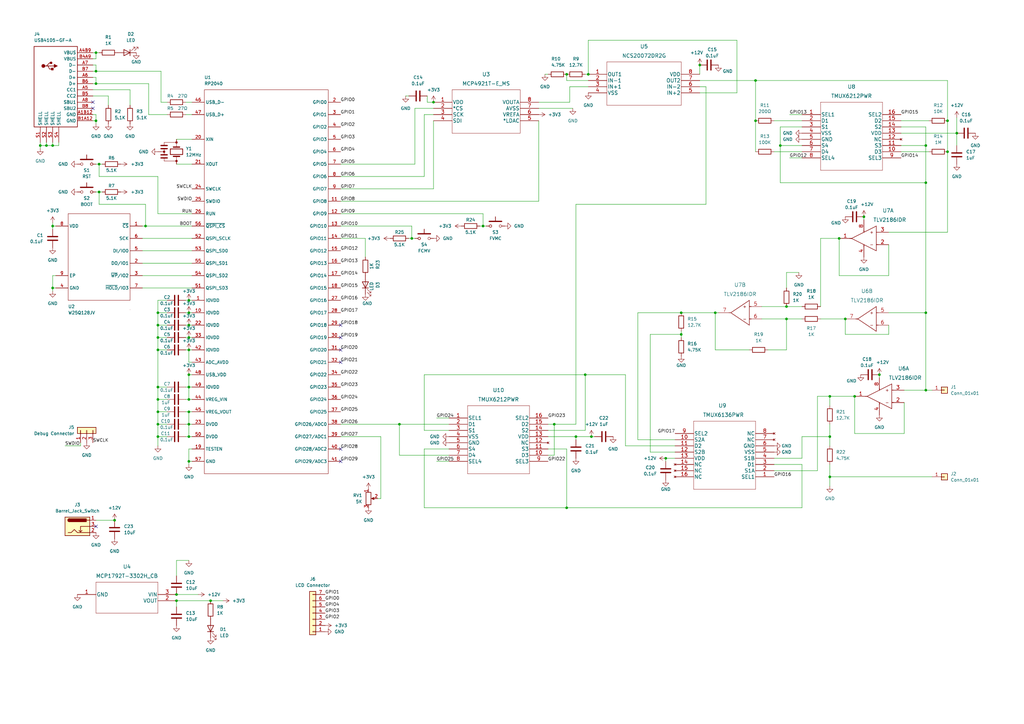
<source format=kicad_sch>
(kicad_sch (version 20211123) (generator eeschema)
  (paper "A3")
  (title_block (title "Source Measure Unit") (company "Olin College of Engineering") (comment 1 "Designed by Kenta Burpee and James Jagielski"))
  (junction (at 344.17 97.79))
  (junction (at 360.68 153.67))
  (junction (at 77.47 189.23))
  (junction (at 340.36 179.07))
  (junction (at 279.4 137.16))
  (junction (at 64.77 168.91))
  (junction (at 40.64 78.74))
  (junction (at 168.91 97.79))
  (junction (at 39.37 34.29))
  (junction (at 379.73 74.93))
  (junction (at 340.36 162.56))
  (junction (at 77.47 123.19))
  (junction (at 309.88 49.53))
  (junction (at 64.77 179.07))
  (junction (at 242.57 179.07))
  (junction (at 64.77 163.83))
  (junction (at 77.47 128.27))
  (junction (at 379.73 160.02))
  (junction (at 322.58 130.81))
  (junction (at 340.36 195.58))
  (junction (at 40.64 67.31))
  (junction (at 77.47 133.35))
  (junction (at 198.12 92.71))
  (junction (at 72.39 243.84))
  (junction (at 72.39 246.38))
  (junction (at 39.37 21.59))
  (junction (at 163.83 173.99))
  (junction (at 309.88 33.02))
  (junction (at 77.47 179.07))
  (junction (at 236.22 179.07))
  (junction (at 21.59 59.69))
  (junction (at 64.77 143.51))
  (junction (at 241.3 30.48))
  (junction (at 320.04 59.69))
  (junction (at 39.37 49.53))
  (junction (at 354.33 88.9))
  (junction (at 64.77 158.75))
  (junction (at 77.47 153.67))
  (junction (at 322.58 125.73))
  (junction (at 293.37 128.27))
  (junction (at 46.99 213.36))
  (junction (at 350.52 162.56))
  (junction (at 77.47 173.99))
  (junction (at 77.47 168.91))
  (junction (at 64.77 173.99))
  (junction (at 39.37 29.21))
  (junction (at 232.41 208.28))
  (junction (at 287.02 26.67))
  (junction (at 77.47 138.43))
  (junction (at 273.05 187.96))
  (junction (at 388.62 49.53))
  (junction (at 64.77 138.43))
  (junction (at 227.33 173.99))
  (junction (at 64.77 128.27))
  (junction (at 59.69 92.71))
  (junction (at 379.73 59.69))
  (junction (at 392.43 54.61))
  (junction (at 86.36 246.38))
  (junction (at 16.51 59.69))
  (junction (at 346.71 130.81))
  (junction (at 21.59 92.71))
  (junction (at 379.73 128.27))
  (junction (at 240.03 153.67))
  (junction (at 64.77 133.35))
  (junction (at 77.47 163.83))
  (junction (at 21.59 118.11))
  (junction (at 388.62 62.23))
  (junction (at 77.47 143.51))
  (junction (at 77.47 158.75))
  (junction (at 279.4 128.27))
  (junction (at 19.05 59.69))
  (junction (at 177.8 41.91))
  (junction (at 232.41 30.48))
  (no_connect (at 139.7 133.35))
  (no_connect (at 139.7 138.43))
  (no_connect (at 139.7 143.51))
  (no_connect (at 139.7 148.59))
  (no_connect (at 139.7 184.15))
  (no_connect (at 139.7 189.23))
  (no_connect (at 38.1 44.45))
  (no_connect (at 39.37 215.9))
  (no_connect (at 38.1 41.91))
  (wire (pts (xy 302.26 16.51) (xy 302.26 38.1)))
  (wire (pts (xy 241.3 16.51) (xy 241.3 30.48)))
  (wire (pts (xy 77.47 128.27) (xy 78.74 128.27)))
  (wire (pts (xy 76.2 41.91) (xy 78.74 41.91)))
  (wire (pts (xy 77.47 158.75) (xy 78.74 158.75)))
  (wire (pts (xy 64.77 143.51) (xy 68.58 143.51)))
  (wire (pts (xy 77.47 153.67) (xy 78.74 153.67)))
  (wire (pts (xy 76.2 173.99) (xy 77.47 173.99)))
  (wire (pts (xy 369.57 54.61) (xy 392.43 54.61)))
  (wire (pts (xy 340.36 190.5) (xy 340.36 195.58)))
  (wire (pts (xy 261.62 180.34) (xy 261.62 128.27)))
  (wire (pts (xy 64.77 179.07) (xy 68.58 179.07)))
  (wire (pts (xy 44.45 39.37) (xy 44.45 43.18)))
  (wire (pts (xy 302.26 38.1) (xy 287.02 38.1)))
  (wire (pts (xy 76.2 168.91) (xy 77.47 168.91)))
  (wire (pts (xy 261.62 128.27) (xy 279.4 128.27)))
  (wire (pts (xy 177.8 49.53) (xy 177.8 77.47)))
  (wire (pts (xy 72.39 229.87) (xy 77.47 229.87)))
  (wire (pts (xy 39.37 34.29) (xy 39.37 31.75)))
  (wire (pts (xy 236.22 179.07) (xy 236.22 180.34)))
  (wire (pts (xy 76.2 133.35) (xy 77.47 133.35)))
  (wire (pts (xy 266.7 137.16) (xy 266.7 185.42)))
  (wire (pts (xy 279.4 137.16) (xy 266.7 137.16)))
  (wire (pts (xy 273.05 187.96) (xy 276.86 187.96)))
  (wire (pts (xy 233.68 41.91) (xy 233.68 35.56)))
  (wire (pts (xy 344.17 113.03) (xy 364.49 113.03)))
  (wire (pts (xy 40.64 67.31) (xy 40.64 72.39)))
  (wire (pts (xy 21.59 58.42) (xy 21.59 59.69)))
  (wire (pts (xy 58.42 102.87) (xy 78.74 102.87)))
  (wire (pts (xy 279.4 135.89) (xy 279.4 137.16)))
  (wire (pts (xy 72.39 243.84) (xy 81.28 243.84)))
  (wire (pts (xy 173.99 46.99) (xy 177.8 46.99)))
  (wire (pts (xy 64.77 143.51) (xy 64.77 158.75)))
  (wire (pts (xy 322.58 130.81) (xy 328.93 130.81)))
  (wire (pts (xy 340.36 195.58) (xy 382.27 195.58)))
  (wire (pts (xy 38.1 34.29) (xy 39.37 34.29)))
  (wire (pts (xy 344.17 97.79) (xy 344.17 113.03)))
  (wire (pts (xy 370.84 160.02) (xy 379.73 160.02)))
  (wire (pts (xy 77.47 168.91) (xy 77.47 173.99)))
  (wire (pts (xy 16.51 58.42) (xy 16.51 59.69)))
  (wire (pts (xy 173.99 153.67) (xy 240.03 153.67)))
  (wire (pts (xy 293.37 128.27) (xy 294.64 128.27)))
  (wire (pts (xy 379.73 160.02) (xy 382.27 160.02)))
  (wire (pts (xy 139.7 87.63) (xy 198.12 87.63)))
  (wire (pts (xy 328.93 208.28) (xy 232.41 208.28)))
  (wire (pts (xy 179.07 189.23) (xy 184.15 189.23)))
  (wire (pts (xy 39.37 26.67) (xy 39.37 29.21)))
  (wire (pts (xy 388.62 33.02) (xy 388.62 49.53)))
  (wire (pts (xy 364.49 113.03) (xy 364.49 100.33)))
  (wire (pts (xy 39.37 49.53) (xy 39.37 50.8)))
  (wire (pts (xy 64.77 123.19) (xy 68.58 123.19)))
  (wire (pts (xy 170.18 67.31) (xy 139.7 67.31)))
  (wire (pts (xy 40.64 78.74) (xy 41.91 78.74)))
  (wire (pts (xy 392.43 54.61) (xy 392.43 59.69)))
  (wire (pts (xy 24.13 59.69) (xy 24.13 58.42)))
  (wire (pts (xy 38.1 39.37) (xy 44.45 39.37)))
  (wire (pts (xy 60.96 34.29) (xy 60.96 46.99)))
  (wire (pts (xy 322.58 111.76) (xy 327.66 111.76)))
  (wire (pts (xy 64.77 133.35) (xy 64.77 128.27)))
  (wire (pts (xy 276.86 180.34) (xy 261.62 180.34)))
  (wire (pts (xy 76.2 128.27) (xy 77.47 128.27)))
  (wire (pts (xy 168.91 97.79) (xy 170.18 97.79)))
  (wire (pts (xy 266.7 185.42) (xy 276.86 185.42)))
  (wire (pts (xy 220.98 82.55) (xy 139.7 82.55)))
  (wire (pts (xy 156.21 204.47) (xy 154.94 204.47)))
  (wire (pts (xy 16.51 60.96) (xy 16.51 59.69)))
  (wire (pts (xy 38.1 21.59) (xy 39.37 21.59)))
  (wire (pts (xy 59.69 92.71) (xy 78.74 92.71)))
  (wire (pts (xy 379.73 74.93) (xy 320.04 74.93)))
  (wire (pts (xy 293.37 143.51) (xy 307.34 143.51)))
  (wire (pts (xy 39.37 29.21) (xy 38.1 29.21)))
  (wire (pts (xy 39.37 31.75) (xy 38.1 31.75)))
  (wire (pts (xy 76.2 46.99) (xy 78.74 46.99)))
  (wire (pts (xy 173.99 208.28) (xy 173.99 184.15)))
  (wire (pts (xy 139.7 72.39) (xy 173.99 72.39)))
  (wire (pts (xy 64.77 138.43) (xy 64.77 133.35)))
  (wire (pts (xy 340.36 162.56) (xy 335.28 162.56)))
  (wire (pts (xy 328.93 187.96) (xy 317.5 187.96)))
  (wire (pts (xy 78.74 184.15) (xy 77.47 184.15)))
  (wire (pts (xy 346.71 130.81) (xy 346.71 137.16)))
  (wire (pts (xy 77.47 173.99) (xy 77.47 179.07)))
  (wire (pts (xy 328.93 190.5) (xy 328.93 208.28)))
  (wire (pts (xy 76.2 123.19) (xy 77.47 123.19)))
  (wire (pts (xy 354.33 88.9) (xy 354.33 90.17)))
  (wire (pts (xy 170.18 44.45) (xy 170.18 67.31)))
  (wire (pts (xy 179.07 171.45) (xy 184.15 171.45)))
  (wire (pts (xy 39.37 29.21) (xy 66.04 29.21)))
  (wire (pts (xy 40.64 78.74) (xy 40.64 83.82)))
  (wire (pts (xy 322.58 130.81) (xy 322.58 143.51)))
  (wire (pts (xy 350.52 177.8) (xy 370.84 177.8)))
  (wire (pts (xy 168.91 92.71) (xy 168.91 97.79)))
  (wire (pts (xy 287.02 35.56) (xy 289.56 35.56)))
  (wire (pts (xy 177.8 77.47) (xy 139.7 77.47)))
  (wire (pts (xy 149.86 97.79) (xy 149.86 105.41)))
  (wire (pts (xy 46.99 213.36) (xy 39.37 213.36)))
  (wire (pts (xy 198.12 92.71) (xy 199.39 92.71)))
  (wire (pts (xy 346.71 137.16) (xy 364.49 137.16)))
  (wire (pts (xy 64.77 138.43) (xy 68.58 138.43)))
  (wire (pts (xy 76.2 179.07) (xy 77.47 179.07)))
  (wire (pts (xy 78.74 123.19) (xy 77.47 123.19)))
  (wire (pts (xy 309.88 49.53) (xy 309.88 62.23)))
  (wire (pts (xy 233.68 35.56) (xy 241.3 35.56)))
  (wire (pts (xy 276.86 182.88) (xy 256.54 182.88)))
  (wire (pts (xy 340.36 179.07) (xy 340.36 182.88)))
  (wire (pts (xy 309.88 33.02) (xy 309.88 49.53)))
  (wire (pts (xy 21.59 118.11) (xy 21.59 119.38)))
  (wire (pts (xy 86.36 246.38) (xy 72.39 246.38)))
  (wire (pts (xy 323.85 64.77) (xy 328.93 64.77)))
  (wire (pts (xy 328.93 52.07) (xy 320.04 52.07)))
  (wire (pts (xy 220.98 49.53) (xy 220.98 82.55)))
  (wire (pts (xy 77.47 153.67) (xy 77.47 158.75)))
  (wire (pts (xy 39.37 49.53) (xy 38.1 49.53)))
  (wire (pts (xy 227.33 186.69) (xy 224.79 186.69)))
  (wire (pts (xy 381 49.53) (xy 369.57 49.53)))
  (wire (pts (xy 224.79 173.99) (xy 227.33 173.99)))
  (wire (pts (xy 58.42 97.79) (xy 78.74 97.79)))
  (wire (pts (xy 22.86 118.11) (xy 21.59 118.11)))
  (wire (pts (xy 175.26 39.37) (xy 175.26 41.91)))
  (wire (pts (xy 77.47 133.35) (xy 78.74 133.35)))
  (wire (pts (xy 139.7 92.71) (xy 168.91 92.71)))
  (wire (pts (xy 340.36 162.56) (xy 350.52 162.56)))
  (wire (pts (xy 317.5 190.5) (xy 328.93 190.5)))
  (wire (pts (xy 392.43 48.26) (xy 392.43 54.61)))
  (wire (pts (xy 287.02 33.02) (xy 309.88 33.02)))
  (wire (pts (xy 39.37 21.59) (xy 39.37 24.13)))
  (wire (pts (xy 78.74 189.23) (xy 77.47 189.23)))
  (wire (pts (xy 72.39 67.31) (xy 78.74 67.31)))
  (wire (pts (xy 77.47 158.75) (xy 77.47 163.83)))
  (wire (pts (xy 340.36 173.99) (xy 340.36 179.07)))
  (wire (pts (xy 72.39 248.92) (xy 72.39 246.38)))
  (wire (pts (xy 39.37 34.29) (xy 60.96 34.29)))
  (wire (pts (xy 64.77 87.63) (xy 78.74 87.63)))
  (wire (pts (xy 64.77 143.51) (xy 64.77 138.43)))
  (wire (pts (xy 360.68 153.67) (xy 360.68 154.94)))
  (wire (pts (xy 173.99 46.99) (xy 173.99 72.39)))
  (wire (pts (xy 39.37 21.59) (xy 40.64 21.59)))
  (wire (pts (xy 39.37 78.74) (xy 40.64 78.74)))
  (wire (pts (xy 350.52 162.56) (xy 350.52 177.8)))
  (wire (pts (xy 40.64 83.82) (xy 59.69 83.82)))
  (wire (pts (xy 379.73 74.93) (xy 379.73 128.27)))
  (wire (pts (xy 323.85 46.99) (xy 328.93 46.99)))
  (wire (pts (xy 236.22 179.07) (xy 242.57 179.07)))
  (wire (pts (xy 77.47 189.23) (xy 77.47 190.5)))
  (wire (pts (xy 340.36 179.07) (xy 328.93 179.07)))
  (wire (pts (xy 381 62.23) (xy 369.57 62.23)))
  (wire (pts (xy 66.04 29.21) (xy 66.04 41.91)))
  (wire (pts (xy 64.77 168.91) (xy 64.77 163.83)))
  (wire (pts (xy 173.99 176.53) (xy 184.15 176.53)))
  (wire (pts (xy 64.77 158.75) (xy 68.58 158.75)))
  (wire (pts (xy 64.77 163.83) (xy 68.58 163.83)))
  (wire (pts (xy 175.26 41.91) (xy 177.8 41.91)))
  (wire (pts (xy 388.62 62.23) (xy 388.62 95.25)))
  (wire (pts (xy 76.2 163.83) (xy 77.47 163.83)))
  (wire (pts (xy 64.77 128.27) (xy 68.58 128.27)))
  (wire (pts (xy 379.73 52.07) (xy 379.73 59.69)))
  (wire (pts (xy 256.54 153.67) (xy 240.03 153.67)))
  (wire (pts (xy 224.79 179.07) (xy 236.22 179.07)))
  (wire (pts (xy 139.7 173.99) (xy 163.83 173.99)))
  (wire (pts (xy 227.33 173.99) (xy 227.33 186.69)))
  (wire (pts (xy 156.21 179.07) (xy 156.21 204.47)))
  (wire (pts (xy 58.42 118.11) (xy 78.74 118.11)))
  (wire (pts (xy 312.42 130.81) (xy 322.58 130.81)))
  (wire (pts (xy 379.73 59.69) (xy 379.73 74.93)))
  (wire (pts (xy 60.96 46.99) (xy 68.58 46.99)))
  (wire (pts (xy 64.77 173.99) (xy 64.77 168.91)))
  (wire (pts (xy 344.17 97.79) (xy 336.55 97.79)))
  (wire (pts (xy 38.1 46.99) (xy 39.37 46.99)))
  (wire (pts (xy 364.49 137.16) (xy 364.49 133.35)))
  (wire (pts (xy 314.96 143.51) (xy 322.58 143.51)))
  (wire (pts (xy 64.77 168.91) (xy 68.58 168.91)))
  (wire (pts (xy 39.37 46.99) (xy 39.37 49.53)))
  (wire (pts (xy 287.02 26.67) (xy 287.02 30.48)))
  (wire (pts (xy 58.42 92.71) (xy 59.69 92.71)))
  (wire (pts (xy 241.3 16.51) (xy 302.26 16.51)))
  (wire (pts (xy 173.99 153.67) (xy 173.99 176.53)))
  (wire (pts (xy 336.55 130.81) (xy 346.71 130.81)))
  (wire (pts (xy 53.34 36.83) (xy 53.34 43.18)))
  (wire (pts (xy 16.51 59.69) (xy 19.05 59.69)))
  (wire (pts (xy 279.4 128.27) (xy 293.37 128.27)))
  (wire (pts (xy 21.59 113.03) (xy 21.59 118.11)))
  (wire (pts (xy 273.05 189.23) (xy 273.05 187.96)))
  (wire (pts (xy 335.28 193.04) (xy 317.5 193.04)))
  (wire (pts (xy 196.85 92.71) (xy 198.12 92.71)))
  (wire (pts (xy 38.1 36.83) (xy 53.34 36.83)))
  (wire (pts (xy 77.47 143.51) (xy 78.74 143.51)))
  (wire (pts (xy 364.49 128.27) (xy 379.73 128.27)))
  (wire (pts (xy 66.04 41.91) (xy 68.58 41.91)))
  (wire (pts (xy 240.03 153.67) (xy 240.03 176.53)))
  (wire (pts (xy 289.56 83.82) (xy 236.22 83.82)))
  (wire (pts (xy 279.4 137.16) (xy 279.4 138.43)))
  (wire (pts (xy 72.39 229.87) (xy 72.39 236.22)))
  (wire (pts (xy 163.83 186.69) (xy 163.83 173.99)))
  (wire (pts (xy 198.12 87.63) (xy 198.12 92.71)))
  (wire (pts (xy 21.59 92.71) (xy 22.86 92.71)))
  (wire (pts (xy 166.37 39.37) (xy 167.64 39.37)))
  (wire (pts (xy 64.77 72.39) (xy 64.77 87.63)))
  (wire (pts (xy 59.69 83.82) (xy 59.69 92.71)))
  (wire (pts (xy 220.98 41.91) (xy 233.68 41.91)))
  (wire (pts (xy 77.47 143.51) (xy 77.47 148.59)))
  (wire (pts (xy 77.47 163.83) (xy 78.74 163.83)))
  (wire (pts (xy 328.93 179.07) (xy 328.93 187.96)))
  (wire (pts (xy 173.99 184.15) (xy 184.15 184.15)))
  (wire (pts (xy 22.86 113.03) (xy 21.59 113.03)))
  (wire (pts (xy 33.02 182.88) (xy 33.02 181.61)))
  (wire (pts (xy 312.42 125.73) (xy 322.58 125.73)))
  (wire (pts (xy 19.05 58.42) (xy 19.05 59.69)))
  (wire (pts (xy 139.7 179.07) (xy 156.21 179.07)))
  (wire (pts (xy 91.44 246.38) (xy 86.36 246.38)))
  (wire (pts (xy 232.41 33.02) (xy 241.3 33.02)))
  (wire (pts (xy 64.77 133.35) (xy 68.58 133.35)))
  (wire (pts (xy 21.59 93.98) (xy 21.59 92.71)))
  (wire (pts (xy 227.33 173.99) (xy 236.22 173.99)))
  (wire (pts (xy 58.42 107.95) (xy 78.74 107.95)))
  (wire (pts (xy 77.47 138.43) (xy 78.74 138.43)))
  (wire (pts (xy 77.47 173.99) (xy 78.74 173.99)))
  (wire (pts (xy 58.42 113.03) (xy 78.74 113.03)))
  (wire (pts (xy 317.5 49.53) (xy 328.93 49.53)))
  (wire (pts (xy 320.04 52.07) (xy 320.04 59.69)))
  (wire (pts (xy 64.77 128.27) (xy 64.77 123.19)))
  (wire (pts (xy 364.49 95.25) (xy 388.62 95.25)))
  (wire (pts (xy 340.36 162.56) (xy 340.36 166.37)))
  (wire (pts (xy 236.22 83.82) (xy 236.22 173.99)))
  (wire (pts (xy 38.1 26.67) (xy 39.37 26.67)))
  (wire (pts (xy 370.84 165.1) (xy 370.84 177.8)))
  (wire (pts (xy 40.64 67.31) (xy 41.91 67.31)))
  (wire (pts (xy 223.52 30.48) (xy 224.79 30.48)))
  (wire (pts (xy 64.77 173.99) (xy 68.58 173.99)))
  (wire (pts (xy 320.04 59.69) (xy 328.93 59.69)))
  (wire (pts (xy 309.88 33.02) (xy 388.62 33.02)))
  (wire (pts (xy 369.57 52.07) (xy 379.73 52.07)))
  (wire (pts (xy 293.37 128.27) (xy 293.37 143.51)))
  (wire (pts (xy 21.59 59.69) (xy 24.13 59.69)))
  (wire (pts (xy 64.77 163.83) (xy 64.77 158.75)))
  (wire (pts (xy 167.64 97.79) (xy 168.91 97.79)))
  (wire (pts (xy 335.28 162.56) (xy 335.28 193.04)))
  (wire (pts (xy 76.2 138.43) (xy 77.47 138.43)))
  (wire (pts (xy 26.67 182.88) (xy 33.02 182.88)))
  (wire (pts (xy 240.03 176.53) (xy 224.79 176.53)))
  (wire (pts (xy 232.41 30.48) (xy 232.41 33.02)))
  (wire (pts (xy 289.56 35.56) (xy 289.56 83.82)))
  (wire (pts (xy 184.15 186.69) (xy 163.83 186.69)))
  (wire (pts (xy 40.64 72.39) (xy 64.77 72.39)))
  (wire (pts (xy 340.36 199.39) (xy 340.36 195.58)))
  (wire (pts (xy 388.62 49.53) (xy 388.62 62.23)))
  (wire (pts (xy 170.18 44.45) (xy 177.8 44.45)))
  (wire (pts (xy 163.83 173.99) (xy 184.15 173.99)))
  (wire (pts (xy 322.58 118.11) (xy 322.58 111.76)))
  (wire (pts (xy 256.54 182.88) (xy 256.54 153.67)))
  (wire (pts (xy 379.73 128.27) (xy 379.73 160.02)))
  (wire (pts (xy 232.41 184.15) (xy 224.79 184.15)))
  (wire (pts (xy 76.2 143.51) (xy 77.47 143.51)))
  (wire (pts (xy 19.05 59.69) (xy 21.59 59.69)))
  (wire (pts (xy 379.73 59.69) (xy 369.57 59.69)))
  (wire (pts (xy 317.5 62.23) (xy 328.93 62.23)))
  (wire (pts (xy 39.37 24.13) (xy 38.1 24.13)))
  (wire (pts (xy 76.2 158.75) (xy 77.47 158.75)))
  (wire (pts (xy 64.77 182.88) (xy 64.77 179.07)))
  (wire (pts (xy 78.74 168.91) (xy 77.47 168.91)))
  (wire (pts (xy 336.55 97.79) (xy 336.55 125.73)))
  (wire (pts (xy 139.7 97.79) (xy 149.86 97.79)))
  (wire (pts (xy 72.39 57.15) (xy 78.74 57.15)))
  (wire (pts (xy 320.04 74.93) (xy 320.04 59.69)))
  (wire (pts (xy 232.41 208.28) (xy 232.41 184.15)))
  (wire (pts (xy 322.58 125.73) (xy 328.93 125.73)))
  (wire (pts (xy 77.47 148.59) (xy 78.74 148.59)))
  (wire (pts (xy 77.47 184.15) (xy 77.47 189.23)))
  (wire (pts (xy 242.57 179.07) (xy 243.84 179.07)))
  (wire (pts (xy 220.98 44.45) (xy 234.95 44.45)))
  (wire (pts (xy 77.47 179.07) (xy 78.74 179.07)))
  (wire (pts (xy 64.77 179.07) (xy 64.77 173.99)))
  (wire (pts (xy 21.59 91.44) (xy 21.59 92.71)))
  (wire (pts (xy 39.37 67.31) (xy 40.64 67.31)))
  (wire (pts (xy 240.03 30.48) (xy 241.3 30.48)))
  (wire (pts (xy 173.99 208.28) (xy 232.41 208.28)))
  (label "GPIO2" (at 133.35 254 0))
  (label "GPIO16" (at 139.7 123.19 0))
  (label "GPIO17" (at 276.86 177.8 180))
  (label "GPIO1" (at 133.35 243.84 0))
  (label "BOOT" (at 78.74 92.71 180))
  (label "GPIO2" (at 139.7 52.07 0))
  (label "GPIO8" (at 139.7 82.55 0))
  (label "GPIO10" (at 139.7 92.71 0))
  (label "GPIO12" (at 139.7 102.87 0))
  (label "GPIO13" (at 323.85 46.99 0))
  (label "GPIO9" (at 139.7 87.63 0))
  (label "GPIO29" (at 139.7 189.23 0))
  (label "GPIO22" (at 224.79 189.23 0))
  (label "GPIO26" (at 139.7 173.99 0))
  (label "GPIO27" (at 139.7 179.07 0))
  (label "SWCLK" (at 38.1 181.61 0))
  (label "GPIO25" (at 139.7 168.91 0))
  (label "GPIO21" (at 139.7 148.59 0))
  (label "GPIO16" (at 317.5 195.58 0))
  (label "SWDIO" (at 26.67 182.88 0))
  (label "RUN" (at 78.74 87.63 180))
  (label "GPIO4" (at 133.35 248.92 0))
  (label "GPIO12" (at 323.85 64.77 0))
  (label "SWCLK" (at 78.74 77.47 180))
  (label "GPIO7" (at 139.7 77.47 0))
  (label "GPIO28" (at 139.7 184.15 0))
  (label "GPIO22" (at 139.7 153.67 0))
  (label "GPIO15" (at 369.57 46.99 0))
  (label "GPIO24" (at 179.07 171.45 0))
  (label "GPIO4" (at 139.7 62.23 0))
  (label "GPIO3" (at 133.35 251.46 0))
  (label "GPIO6" (at 139.7 72.39 0))
  (label "GPIO3" (at 139.7 57.15 0))
  (label "GPIO20" (at 139.7 143.51 0))
  (label "GPIO19" (at 139.7 138.43 0))
  (label "GPIO0" (at 139.7 41.91 0))
  (label "GPIO0" (at 133.35 246.38 0))
  (label "SWDIO" (at 78.74 82.55 180))
  (label "GPIO15" (at 139.7 118.11 0))
  (label "GPIO18" (at 139.7 133.35 0))
  (label "GPIO24" (at 139.7 163.83 0))
  (label "GPIO1" (at 139.7 46.99 0))
  (label "GPIO11" (at 139.7 97.79 0))
  (label "GPIO13" (at 139.7 107.95 0))
  (label "GPIO14" (at 369.57 64.77 0))
  (label "GPIO23" (at 139.7 158.75 0))
  (label "GPIO17" (at 139.7 128.27 0))
  (label "GPIO5" (at 139.7 67.31 0))
  (label "GPIO25" (at 179.07 189.23 0))
  (label "GPIO14" (at 139.7 113.03 0))
  (label "GPIO23" (at 224.79 171.45 0))
  (symbol (lib_id "Eclectronics:TMUX6136PWR") (at 317.5 195.58 180) (unit 1)
    (property "Reference" "U9" (at 294.64 166.37 0) (effects (font (size 1.524 1.524)) (justify right)))
    (property "Value" "TMUX6136PWR" (at 288.29 170.18 0) (effects (font (size 1.524 1.524)) (justify right)))
    (property "Footprint" "Eclectronics:TMUX6136PWR" (effects hide))
  )
  (symbol (lib_id "Device:C") (at 72.39 128.27 270) (unit 1)
    (property "Reference" "C3" (at 69.85 127 90) (effects (justify right)))
    (property "Value" "0.1uF" (at 71.12 129.54 90) (effects (justify right)))
    (property "Footprint" "Capacitor_SMD:C_0603_1608Metric" (effects hide))
  )
  (symbol (lib_id "power:+12V") (at 360.68 153.67 0) (unit 1)
    (property "Reference" "#PWR0136" (effects hide))
    (property "Value" "+12V" (at 361.95 148.59 0))
  )
  (symbol (lib_id "Device:R") (at 45.72 67.31 90) (unit 1)
    (property "Reference" "R6" (at 45.72 64.77 90))
    (property "Value" "5.1K" (at 45.72 69.85 90))
    (property "Footprint" "Resistor_SMD:R_0603_1608Metric" (effects hide))
  )
  (symbol (lib_id "power:+3V3") (at 21.59 91.44 0) (unit 1)
    (property "Reference" "#PWR0109" (effects hide))
    (property "Value" "+3V3" (at 21.59 86.36 0))
  )
  (symbol (lib_id "power:GND") (at 64.77 182.88 0) (unit 1)
    (property "Reference" "#PWR0120" (effects hide))
    (property "Value" "GND" (at 64.77 187.96 0))
  )
  (symbol (lib_id "power:GND") (at 31.75 243.84 0) (unit 1)
    (property "Reference" "#PWR0166" (effects hide))
    (property "Value" "GND" (at 31.75 248.92 0))
  )
  (symbol (lib_id "power:+3V3") (at 77.47 128.27 0) (unit 1)
    (property "Reference" "#PWR0103" (effects hide))
    (property "Value" "+3V3" (at 77.47 124.46 0))
  )
  (symbol (lib_id "power:GND") (at 46.99 220.98 0) (unit 1)
    (property "Reference" "#PWR0130" (effects hide))
    (property "Value" "GND" (at 46.99 226.06 0))
  )
  (symbol (lib_id "Device:R") (at 193.04 92.71 270) (mirror x) (unit 1)
    (property "Reference" "R24" (at 193.04 90.17 90))
    (property "Value" "5.1K" (at 193.04 95.25 90))
    (property "Footprint" "Resistor_SMD:R_0603_1608Metric" (effects hide))
  )
  (symbol (lib_id "Device:R") (at 313.69 62.23 90) (unit 1)
    (property "Reference" "R13" (at 313.69 55.88 90))
    (property "Value" "100K" (at 313.69 58.42 90))
    (property "Footprint" "Resistor_SMD:R_0603_1608Metric" (effects hide))
  )
  (symbol (lib_id "power:GND") (at 21.59 119.38 0) (unit 1)
    (property "Reference" "#PWR0117" (effects hide))
    (property "Value" "GND" (at 21.59 124.46 0))
  )
  (symbol (lib_id "power:GND") (at 31.75 78.74 270) (unit 1)
    (property "Reference" "#PWR0106" (effects hide))
    (property "Value" "GND" (at 27.94 78.7399 90) (effects (justify right)))
  )
  (symbol (lib_id "power:+3V3") (at 189.23 92.71 90) (mirror x) (unit 1)
    (property "Reference" "#PWR0170" (effects hide))
    (property "Value" "+3V3" (at 185.166 92.7099 90) (effects (justify left)))
  )
  (symbol (lib_id "power:GND") (at 21.59 101.6 0) (unit 1)
    (property "Reference" "#PWR0118" (effects hide))
    (property "Value" "GND" (at 21.59 106.68 0))
  )
  (symbol (lib_id "power:+3V3") (at 77.47 138.43 0) (unit 1)
    (property "Reference" "#PWR0101" (effects hide))
    (property "Value" "+3V3" (at 77.47 134.62 0))
  )
  (symbol (lib_id "Eclectronics:TMUX6212PWR") (at 184.15 171.45 0) (unit 1)
    (property "Reference" "U10" (at 204.47 160.02 0) (effects (font (size 1.524 1.524))))
    (property "Value" "TMUX6212PWR" (at 204.47 163.83 0) (effects (font (size 1.524 1.524))))
    (property "Footprint" "Eclectronics:TMUX6212PWR" (effects hide))
  )
  (symbol (lib_id "Device:LED") (at 86.36 257.81 90) (unit 1)
    (property "Reference" "D1" (at 90.17 258.1274 90) (effects (justify right)))
    (property "Value" "LED" (at 90.17 260.6674 90) (effects (justify right)))
    (property "Footprint" "LED_SMD:LED_0805_2012Metric" (effects hide))
  )
  (symbol (lib_id "power:GND") (at 354.33 105.41 0) (unit 1)
    (property "Reference" "#PWR0124" (effects hide))
    (property "Value" "GND" (at 354.33 110.49 0))
  )
  (symbol (lib_id "power:GND") (at 166.37 39.37 0) (unit 1)
    (property "Reference" "#PWR0154" (effects hide))
    (property "Value" "GND" (at 166.37 44.45 0))
  )
  (symbol (lib_id "Device:C") (at 72.39 163.83 270) (unit 1)
    (property "Reference" "C8" (at 69.85 162.56 90) (effects (justify right)))
    (property "Value" "1uF" (at 69.85 165.1 90) (effects (justify right)))
    (property "Footprint" "Capacitor_SMD:C_0603_1608Metric" (effects hide))
  )
  (symbol (lib_id "Device:R") (at 149.86 109.22 0) (unit 1)
    (property "Reference" "R23" (at 154.94 110.49 90) (effects (justify left)))
    (property "Value" "1K" (at 152.4 110.49 90) (effects (justify left)))
    (property "Footprint" "Resistor_SMD:R_0603_1608Metric" (effects hide))
  )
  (symbol (lib_id "Device:C") (at 72.39 240.03 0) (mirror x) (unit 1)
    (property "Reference" "C12" (at 76.2 238.76 0) (effects (justify left)))
    (property "Value" "10uF" (at 76.2 241.3 0) (effects (justify left)))
    (property "Footprint" "Capacitor_SMD:C_0603_1608Metric" (effects hide))
  )
  (symbol (lib_id "power:GND") (at 77.47 190.5 0) (unit 1)
    (property "Reference" "#PWR0121" (effects hide))
    (property "Value" "GND" (at 77.47 195.58 0))
  )
  (symbol (lib_id "Eclectronics:NCS20072DR2G") (at 241.3 30.48 0) (unit 1)
    (property "Reference" "U5" (at 264.16 19.05 0) (effects (font (size 1.524 1.524))))
    (property "Value" "NCS20072DR2G" (at 264.16 22.86 0) (effects (font (size 1.524 1.524))))
    (property "Footprint" "Eclectronics:NCS20072DR2G" (effects hide))
  )
  (symbol (lib_id "power:+3V3") (at 77.47 153.67 0) (unit 1)
    (property "Reference" "#PWR0105" (effects hide))
    (property "Value" "+3V3" (at 77.47 149.86 0))
  )
  (symbol (lib_id "Device:R") (at 86.36 250.19 0) (unit 1)
    (property "Reference" "R8" (at 88.9 248.9199 0) (effects (justify left)))
    (property "Value" "1K" (at 88.9 251.4599 0) (effects (justify left)))
    (property "Footprint" "Resistor_SMD:R_0603_1608Metric" (effects hide))
  )
  (symbol (lib_id "power:+12V") (at 46.99 213.36 0) (unit 1)
    (property "Reference" "#PWR0167" (effects hide))
    (property "Value" "+12V" (at 46.99 208.28 0))
  )
  (symbol (lib_id "Device:R") (at 236.22 30.48 90) (unit 1)
    (property "Reference" "R9" (at 236.22 24.13 90))
    (property "Value" "12.7K" (at 236.22 26.67 90))
    (property "Footprint" "Resistor_SMD:R_0603_1608Metric" (effects hide))
  )
  (symbol (lib_id "power:GND") (at 149.86 120.65 0) (unit 1)
    (property "Reference" "#PWR0152" (effects hide))
    (property "Value" "GND" (at 148.59 124.46 0) (effects (justify left)))
  )
  (symbol (lib_id "Device:R") (at 53.34 46.99 0) (unit 1)
    (property "Reference" "R3" (at 55.88 45.7199 0) (effects (justify left)))
    (property "Value" "5.1K" (at 55.88 48.2599 0) (effects (justify left)))
    (property "Footprint" "Resistor_SMD:R_0603_1608Metric" (effects hide))
  )
  (symbol (lib_id "Device:R") (at 384.81 62.23 90) (unit 1)
    (property "Reference" "R14" (at 384.81 55.88 90))
    (property "Value" "1M" (at 384.81 58.42 90))
    (property "Footprint" "Resistor_SMD:R_0603_1608Metric" (effects hide))
  )
  (symbol (lib_id "Device:C") (at 171.45 39.37 90) (unit 1)
    (property "Reference" "C14" (at 171.45 31.75 90))
    (property "Value" "0.1uF" (at 171.45 34.29 90))
    (property "Footprint" "Capacitor_SMD:C_0603_1608Metric" (effects hide))
  )
  (symbol (lib_id "power:GND") (at 392.43 67.31 0) (unit 1)
    (property "Reference" "#PWR0133" (effects hide))
    (property "Value" "GND" (at 392.43 72.39 0))
  )
  (symbol (lib_id "power:GND") (at 328.93 57.15 270) (unit 1)
    (property "Reference" "#PWR0143" (effects hide))
    (property "Value" "GND" (at 325.12 57.1499 90) (effects (justify right)))
  )
  (symbol (lib_id "Device:C") (at 72.39 143.51 270) (unit 1)
    (property "Reference" "C6" (at 69.85 142.24 90) (effects (justify right)))
    (property "Value" "0.1uF" (at 71.12 144.78 90) (effects (justify right)))
    (property "Footprint" "Capacitor_SMD:C_0603_1608Metric" (effects hide))
  )
  (symbol (lib_id "Connector_Generic:Conn_01x01") (at 387.35 195.58 0) (unit 1)
    (property "Reference" "J2" (at 389.89 194.3099 0) (effects (justify left)))
    (property "Value" "Conn_01x01" (at 389.89 196.8499 0) (effects (justify left)))
    (property "Footprint" "Connector_PinHeader_2.54mm:PinHeader_1x01_P2.54mm_Vertical" (effects hide))
  )
  (symbol (lib_id "power:+3V3") (at 177.8 41.91 0) (unit 1)
    (property "Reference" "#PWR0155" (effects hide))
    (property "Value" "+3V3" (at 177.8 36.83 0))
  )
  (symbol (lib_id "Device:R") (at 313.69 49.53 90) (unit 1)
    (property "Reference" "R11" (at 313.69 43.18 90))
    (property "Value" "200Ω" (at 313.69 45.72 90))
    (property "Footprint" "Resistor_SMD:R_0603_1608Metric" (effects hide))
  )
  (symbol (lib_id "power:+12V") (at 354.33 88.9 0) (unit 1)
    (property "Reference" "#PWR0122" (effects hide))
    (property "Value" "+12V" (at 355.6 83.82 0))
  )
  (symbol (lib_id "power:+3V3") (at 49.53 67.31 270) (unit 1)
    (property "Reference" "#PWR0110" (effects hide))
    (property "Value" "+3V3" (at 53.594 67.3099 90) (effects (justify left)))
  )
  (symbol (lib_id "Eclectronics:SW") (at 35.56 78.74 270) (unit 1)
    (property "Reference" "S2" (at 35.56 81.28 90))
    (property "Value" "BOOT" (at 35.56 83.82 90))
    (property "Footprint" "Eclectronics:TL3301AFxxxxJ" (effects hide))
  )
  (symbol (lib_id "power:+12V") (at 81.28 243.84 270) (unit 1)
    (property "Reference" "#PWR0164" (effects hide))
    (property "Value" "+12V" (at 85.09 243.8399 90) (effects (justify left)))
  )
  (symbol (lib_id "power:+3V3") (at 77.47 143.51 0) (unit 1)
    (property "Reference" "#PWR0102" (effects hide))
    (property "Value" "+3V3" (at 77.47 139.7 0))
  )
  (symbol (lib_id "Eclectronics:W25Q128JV") (at 40.64 105.41 0) (unit 1)
    (property "Reference" "U2" (at 27.94 125.73 0) (effects (justify left)))
    (property "Value" "W25Q128JV" (at 27.94 128.27 0) (effects (justify left)))
    (property "Footprint" "Package_SON:WSON-8-1EP_6x5mm_P1.27mm_EP3.4x4.3mm" (effects hide))
  )
  (symbol (lib_id "Device:R") (at 45.72 78.74 90) (unit 1)
    (property "Reference" "R7" (at 45.72 76.2 90))
    (property "Value" "5.1K" (at 45.72 81.28 90))
    (property "Footprint" "Resistor_SMD:R_0603_1608Metric" (effects hide))
  )
  (symbol (lib_id "power:GND") (at 236.22 187.96 0) (unit 1)
    (property "Reference" "#PWR0158" (effects hide))
    (property "Value" "GND" (at 236.22 193.04 0))
  )
  (symbol (lib_name "TLV2186IDR_2") (lib_id "Eclectronics:TLV2186IDR") (at 370.84 160.02 0) (mirror y) (unit 1)
    (property "Reference" "U6" (at 368.3 151.13 0) (effects (font (size 1.524 1.524)) (justify right)))
    (property "Value" "TLV2186IDR" (at 364.49 154.94 0) (effects (font (size 1.524 1.524)) (justify right)))
    (property "Footprint" "Eclectronics:TLV2186IDR" (effects hide))
  )
  (symbol (lib_id "Device:C") (at 273.05 193.04 180) (unit 1)
    (property "Reference" "C20" (at 266.7 191.77 0))
    (property "Value" "0.1uF" (at 266.7 194.31 0))
    (property "Footprint" "Capacitor_SMD:C_0603_1608Metric" (effects hide))
  )
  (symbol (lib_id "Device:R") (at 332.74 125.73 90) (unit 1)
    (property "Reference" "R18" (at 332.74 119.38 90))
    (property "Value" "1K" (at 332.74 121.92 90))
    (property "Footprint" "Resistor_SMD:R_0603_1608Metric" (effects hide))
  )
  (symbol (lib_name "TLV2186IDR_3") (lib_id "Eclectronics:TLV2186IDR") (at 312.42 125.73 0) (mirror y) (unit 2)
    (property "Reference" "U7" (at 303.53 116.84 0) (effects (font (size 1.524 1.524))))
    (property "Value" "TLV2186IDR" (at 303.53 120.65 0) (effects (font (size 1.524 1.524))))
    (property "Footprint" "Eclectronics:TLV2186IDR" (effects hide))
  )
  (symbol (lib_id "Device:R") (at 340.36 170.18 0) (unit 1)
    (property "Reference" "R21" (at 342.9 168.9099 0) (effects (justify left)))
    (property "Value" "12.7K" (at 342.9 171.4499 0) (effects (justify left)))
    (property "Footprint" "Resistor_SMD:R_0603_1608Metric" (effects hide))
  )
  (symbol (lib_id "Device:C") (at 392.43 63.5 0) (unit 1)
    (property "Reference" "C17" (at 396.24 62.2299 0) (effects (justify left)))
    (property "Value" "1uF" (at 396.24 64.7699 0) (effects (justify left)))
    (property "Footprint" "Capacitor_SMD:C_0603_1608Metric" (effects hide))
  )
  (symbol (lib_id "Device:R_Potentiometer") (at 151.13 204.47 0) (unit 1)
    (property "Reference" "RV1" (at 148.59 203.2 0) (effects (justify right)))
    (property "Value" "5K" (at 148.59 205.74 0) (effects (justify right)))
    (property "Footprint" "Eclectronics:TRIM_3352T-1-502LF" (effects hide))
  )
  (symbol (lib_id "power:GND") (at 340.36 199.39 0) (unit 1)
    (property "Reference" "#PWR0137" (effects hide))
    (property "Value" "GND" (at 340.36 204.47 0))
  )
  (symbol (lib_id "power:GND") (at 72.39 256.54 0) (unit 1)
    (property "Reference" "#PWR0162" (effects hide))
    (property "Value" "GND" (at 72.39 261.62 0))
  )
  (symbol (lib_id "power:GND") (at 184.15 179.07 270) (unit 1)
    (property "Reference" "#PWR0159" (effects hide))
    (property "Value" "GND" (at 180.34 179.0699 90) (effects (justify right)))
  )
  (symbol (lib_id "Device:C") (at 72.39 138.43 270) (unit 1)
    (property "Reference" "C5" (at 69.85 137.16 90) (effects (justify right)))
    (property "Value" "0.1uF" (at 71.12 139.7 90) (effects (justify right)))
    (property "Footprint" "Capacitor_SMD:C_0603_1608Metric" (effects hide))
  )
  (symbol (lib_id "Eclectronics:Crystal") (at 72.39 62.23 270) (unit 1)
    (property "Reference" "Y1" (at 76.2 60.96 90) (effects (justify left)))
    (property "Value" "12MHz" (at 76.2 63.5 90) (effects (justify left)))
    (property "Footprint" "Eclectronics:CSTNE" (effects hide))
  )
  (symbol (lib_id "power:GND") (at 400.05 54.61 0) (unit 1)
    (property "Reference" "#PWR0134" (effects hide))
    (property "Value" "GND" (at 400.05 59.69 0))
  )
  (symbol (lib_id "power:GND") (at 53.34 50.8 0) (unit 1)
    (property "Reference" "#PWR0114" (effects hide))
    (property "Value" "GND" (at 53.34 55.88 0))
  )
  (symbol (lib_id "Eclectronics:SW") (at 203.2 92.71 90) (mirror x) (unit 1)
    (property "Reference" "S3" (at 203.2 95.25 90))
    (property "Value" "FVMC" (at 203.2 97.79 90))
    (property "Footprint" "Eclectronics:TL3301AFxxxxJ" (effects hide))
  )
  (symbol (lib_id "power:+12V") (at 287.02 26.67 0) (mirror y) (unit 1)
    (property "Reference" "#PWR0144" (effects hide))
    (property "Value" "+12V" (at 285.75 21.59 0))
  )
  (symbol (lib_id "power:+12V") (at 273.05 187.96 90) (unit 1)
    (property "Reference" "#PWR0125" (effects hide))
    (property "Value" "+12V" (at 269.24 187.9599 90) (effects (justify left)))
  )
  (symbol (lib_id "power:GND") (at 184.15 181.61 270) (unit 1)
    (property "Reference" "#PWR0160" (effects hide))
    (property "Value" "GND" (at 180.34 181.6099 90) (effects (justify right)))
  )
  (symbol (lib_id "power:GND") (at 44.45 50.8 0) (unit 1)
    (property "Reference" "#PWR0115" (effects hide))
    (property "Value" "GND" (at 44.45 55.88 0))
  )
  (symbol (lib_id "Device:C") (at 21.59 97.79 0) (mirror x) (unit 1)
    (property "Reference" "C1" (at 17.78 96.5199 0) (effects (justify right)))
    (property "Value" "0.1uF" (at 17.78 99.0599 0) (effects (justify right)))
    (property "Footprint" "Capacitor_SMD:C_0603_1608Metric" (effects hide))
  )
  (symbol (lib_id "Device:LED") (at 52.07 21.59 180) (unit 1)
    (property "Reference" "D2" (at 53.6575 13.97 0))
    (property "Value" "LED" (at 53.6575 16.51 0))
    (property "Footprint" "LED_SMD:LED_0805_2012Metric" (effects hide))
  )
  (symbol (lib_id "Device:R") (at 44.45 21.59 90) (unit 1)
    (property "Reference" "R1" (at 44.45 15.24 90))
    (property "Value" "1K" (at 44.45 17.78 90))
    (property "Footprint" "Resistor_SMD:R_0603_1608Metric" (effects hide))
  )
  (symbol (lib_id "Eclectronics:TMUX6212PWR") (at 328.93 46.99 0) (unit 1)
    (property "Reference" "U8" (at 349.25 35.56 0) (effects (font (size 1.524 1.524))))
    (property "Value" "TMUX6212PWR" (at 349.25 39.37 0) (effects (font (size 1.524 1.524))))
    (property "Footprint" "Eclectronics:TMUX6212PWR" (effects hide))
  )
  (symbol (lib_id "Device:C") (at 72.39 133.35 270) (unit 1)
    (property "Reference" "C4" (at 69.85 132.08 90) (effects (justify right)))
    (property "Value" "0.1uF" (at 71.12 134.62 90) (effects (justify right)))
    (property "Footprint" "Capacitor_SMD:C_0603_1608Metric" (effects hide))
  )
  (symbol (lib_id "Device:C") (at 72.39 173.99 270) (unit 1)
    (property "Reference" "C10" (at 69.85 172.72 90) (effects (justify right)))
    (property "Value" "0.1uF" (at 71.12 175.26 90) (effects (justify right)))
    (property "Footprint" "Capacitor_SMD:C_0603_1608Metric" (effects hide))
  )
  (symbol (lib_id "Connector_Generic:Conn_01x07") (at 128.27 251.46 180) (unit 1)
    (property "Reference" "J6" (at 128.27 237.49 0))
    (property "Value" "LCD Connector" (at 128.27 240.03 0))
    (property "Footprint" "Connector_PinHeader_2.54mm:PinHeader_1x07_P2.54mm_Vertical" (effects hide))
  )
  (symbol (lib_id "Eclectronics:SW") (at 35.56 67.31 270) (unit 1)
    (property "Reference" "S1" (at 35.56 69.85 90))
    (property "Value" "RST" (at 35.56 72.39 90))
    (property "Footprint" "Eclectronics:TL3301AFxxxxJ" (effects hide))
  )
  (symbol (lib_id "Device:C") (at 350.52 88.9 90) (unit 1)
    (property "Reference" "C19" (at 349.25 82.55 90))
    (property "Value" "0.1uF" (at 349.25 85.09 90))
    (property "Footprint" "Capacitor_SMD:C_0603_1608Metric" (effects hide))
  )
  (symbol (lib_id "power:GND") (at 328.93 54.61 270) (unit 1)
    (property "Reference" "#PWR0142" (effects hide))
    (property "Value" "GND" (at 325.12 54.6099 90) (effects (justify right)))
  )
  (symbol (lib_id "power:GND") (at 327.66 111.76 0) (unit 1)
    (property "Reference" "#PWR0129" (effects hide))
    (property "Value" "GND" (at 327.66 116.84 0))
  )
  (symbol (lib_id "power:+3V3") (at 49.53 78.74 270) (unit 1)
    (property "Reference" "#PWR0108" (effects hide))
    (property "Value" "+3V3" (at 53.594 78.7399 90) (effects (justify left)))
  )
  (symbol (lib_id "power:GND") (at 251.46 179.07 0) (unit 1)
    (property "Reference" "#PWR0131" (effects hide))
    (property "Value" "GND" (at 251.46 184.15 0))
  )
  (symbol (lib_id "power:GND") (at 39.37 218.44 0) (unit 1)
    (property "Reference" "#PWR0168" (effects hide))
    (property "Value" "GND" (at 39.37 223.52 0))
  )
  (symbol (lib_id "Device:C") (at 236.22 184.15 0) (unit 1)
    (property "Reference" "C21" (at 240.03 182.8799 0) (effects (justify left)))
    (property "Value" "0.1uF" (at 240.03 185.4199 0) (effects (justify left)))
    (property "Footprint" "Capacitor_SMD:C_0603_1608Metric" (effects hide))
  )
  (symbol (lib_id "Eclectronics:SW") (at 173.99 97.79 90) (mirror x) (unit 1)
    (property "Reference" "S4" (at 173.99 100.33 90))
    (property "Value" "FCMV" (at 173.99 102.87 90))
    (property "Footprint" "Eclectronics:TL3301AFxxxxJ" (effects hide))
  )
  (symbol (lib_id "power:+3V3") (at 151.13 200.66 0) (unit 1)
    (property "Reference" "#PWR0157" (effects hide))
    (property "Value" "+3V3" (at 151.13 195.58 0))
  )
  (symbol (lib_id "Device:R") (at 228.6 30.48 270) (unit 1)
    (property "Reference" "R10" (at 226.06 24.13 90) (effects (justify left)))
    (property "Value" "4.75K" (at 226.06 26.67 90) (effects (justify left)))
    (property "Footprint" "Resistor_SMD:R_0603_1608Metric" (effects hide))
  )
  (symbol (lib_id "power:GND") (at 279.4 146.05 0) (unit 1)
    (property "Reference" "#PWR0128" (effects hide))
    (property "Value" "GND" (at 279.4 149.86 0))
  )
  (symbol (lib_id "Device:C") (at 72.39 252.73 0) (unit 1)
    (property "Reference" "C13" (at 76.2 251.4599 0) (effects (justify left)))
    (property "Value" "10uF" (at 76.2 253.9999 0) (effects (justify left)))
    (property "Footprint" "Capacitor_SMD:C_0603_1608Metric" (effects hide))
  )
  (symbol (lib_id "power:+3V3") (at 220.98 46.99 270) (unit 1)
    (property "Reference" "#PWR0148" (effects hide))
    (property "Value" "+3V3" (at 224.79 46.9899 90) (effects (justify left)))
  )
  (symbol (lib_name "TLV2186IDR_3") (lib_id "Eclectronics:TLV2186IDR") (at 364.49 128.27 0) (mirror y) (unit 2)
    (property "Reference" "U6" (at 355.6 119.38 0) (effects (font (size 1.524 1.524))))
    (property "Value" "TLV2186IDR" (at 355.6 123.19 0) (effects (font (size 1.524 1.524))))
    (property "Footprint" "Eclectronics:TLV2186IDR" (effects hide))
  )
  (symbol (lib_id "power:GND") (at 234.95 44.45 0) (unit 1)
    (property "Reference" "#PWR0149" (effects hide))
    (property "Value" "GND" (at 234.95 49.53 0))
  )
  (symbol (lib_id "Device:C") (at 46.99 217.17 0) (unit 1)
    (property "Reference" "C23" (at 50.8 215.8999 0) (effects (justify left)))
    (property "Value" "10uF" (at 50.8 218.4399 0) (effects (justify left)))
    (property "Footprint" "Capacitor_SMD:C_0603_1608Metric" (effects hide))
  )
  (symbol (lib_id "power:+12V") (at 392.43 48.26 0) (unit 1)
    (property "Reference" "#PWR0132" (effects hide))
    (property "Value" "+12V" (at 392.43 43.18 0))
  )
  (symbol (lib_id "power:+3V3") (at 77.47 123.19 0) (unit 1)
    (property "Reference" "#PWR0119" (effects hide))
    (property "Value" "+3V3" (at 77.47 119.38 0))
  )
  (symbol (lib_id "Device:R") (at 279.4 142.24 0) (unit 1)
    (property "Reference" "R16" (at 281.94 140.9699 0) (effects (justify left)))
    (property "Value" "4.75K" (at 281.94 143.5099 0) (effects (justify left)))
    (property "Footprint" "Resistor_SMD:R_0603_1608Metric" (effects hide))
  )
  (symbol (lib_id "power:GND") (at 55.88 21.59 0) (unit 1)
    (property "Reference" "#PWR0113" (effects hide))
    (property "Value" "GND" (at 55.88 25.4 0))
  )
  (symbol (lib_id "power:GND") (at 133.35 259.08 90) (unit 1)
    (property "Reference" "#PWR0172" (effects hide))
    (property "Value" "GND" (at 137.16 259.0799 90) (effects (justify right)))
  )
  (symbol (lib_id "power:GND") (at 317.5 185.42 90) (unit 1)
    (property "Reference" "#PWR0139" (effects hide))
    (property "Value" "GND" (at 322.58 185.42 90))
  )
  (symbol (lib_id "Device:C") (at 72.39 179.07 270) (unit 1)
    (property "Reference" "C11" (at 69.85 177.8 90) (effects (justify right)))
    (property "Value" "0.1uF" (at 71.12 180.34 90) (effects (justify right)))
    (property "Footprint" "Capacitor_SMD:C_0603_1608Metric" (effects hide))
  )
  (symbol (lib_id "Device:R") (at 384.81 49.53 90) (unit 1)
    (property "Reference" "R12" (at 384.81 43.18 90))
    (property "Value" "10K" (at 384.81 45.72 90))
    (property "Footprint" "Resistor_SMD:R_0603_1608Metric" (effects hide))
  )
  (symbol (lib_id "power:GND") (at 31.75 67.31 270) (unit 1)
    (property "Reference" "#PWR0107" (effects hide))
    (property "Value" "GND" (at 27.94 67.3099 90) (effects (justify right)))
  )
  (symbol (lib_id "power:+12V") (at 242.57 179.07 0) (unit 1)
    (property "Reference" "#PWR0127" (effects hide))
    (property "Value" "+12V" (at 242.57 173.99 0))
  )
  (symbol (lib_id "power:GND") (at 35.56 181.61 0) (unit 1)
    (property "Reference" "#PWR0171" (effects hide))
    (property "Value" "GND" (at 35.56 186.69 0))
  )
  (symbol (lib_id "power:GND") (at 64.77 62.23 270) (unit 1)
    (property "Reference" "#PWR0111" (effects hide))
    (property "Value" "GND" (at 60.96 62.2299 90) (effects (justify right)))
  )
  (symbol (lib_id "power:GND") (at 16.51 60.96 0) (unit 1)
    (property "Reference" "#PWR0112" (effects hide))
    (property "Value" "GND" (at 16.51 66.04 0))
  )
  (symbol (lib_id "power:GND") (at 241.3 38.1 0) (mirror y) (unit 1)
    (property "Reference" "#PWR0145" (effects hide))
    (property "Value" "GND" (at 241.3 43.18 0))
  )
  (symbol (lib_id "power:GND") (at 353.06 153.67 0) (unit 1)
    (property "Reference" "#PWR0140" (effects hide))
    (property "Value" "GND" (at 349.25 156.21 0))
  )
  (symbol (lib_id "Device:R") (at 72.39 41.91 90) (unit 1)
    (property "Reference" "R4" (at 69.85 39.37 90))
    (property "Value" "27Ω" (at 74.93 39.37 90))
    (property "Footprint" "Resistor_SMD:R_0603_1608Metric" (effects hide))
  )
  (symbol (lib_id "Eclectronics:MCP4921T-E_MS") (at 177.8 41.91 0) (unit 1)
    (property "Reference" "U3" (at 199.39 30.48 0) (effects (font (size 1.524 1.524))))
    (property "Value" "MCP4921T-E_MS" (at 199.39 34.29 0) (effects (font (size 1.524 1.524))))
    (property "Footprint" "Eclectronics:MCP4921T-E&slash_MS" (effects hide))
  )
  (symbol (lib_id "Device:C") (at 72.39 158.75 270) (unit 1)
    (property "Reference" "C7" (at 69.85 157.48 90) (effects (justify right)))
    (property "Value" "0.1uF" (at 71.12 160.02 90) (effects (justify right)))
    (property "Footprint" "Capacitor_SMD:C_0603_1608Metric" (effects hide))
  )
  (symbol (lib_id "power:+3V3") (at 91.44 246.38 270) (unit 1)
    (property "Reference" "#PWR0163" (effects hide))
    (property "Value" "+3V3" (at 95.25 246.3799 90) (effects (justify left)))
  )
  (symbol (lib_id "Device:R") (at 44.45 46.99 0) (unit 1)
    (property "Reference" "R2" (at 46.99 45.7199 0) (effects (justify left)))
    (property "Value" "5.1K" (at 46.99 48.2599 0) (effects (justify left)))
    (property "Footprint" "Resistor_SMD:R_0603_1608Metric" (effects hide))
  )
  (symbol (lib_id "power:GND") (at 86.36 261.62 0) (unit 1)
    (property "Reference" "#PWR0165" (effects hide))
    (property "Value" "GND" (at 86.36 266.7 0))
  )
  (symbol (lib_id "Device:R") (at 311.15 143.51 90) (unit 1)
    (property "Reference" "R19" (at 311.15 137.16 90))
    (property "Value" "1K" (at 311.15 139.7 90))
    (property "Footprint" "Resistor_SMD:R_0603_1608Metric" (effects hide))
  )
  (symbol (lib_id "Device:R") (at 322.58 121.92 180) (unit 1)
    (property "Reference" "R20" (at 325.12 120.6499 0) (effects (justify right)))
    (property "Value" "1K" (at 325.12 123.1899 0) (effects (justify right)))
    (property "Footprint" "Resistor_SMD:R_0603_1608Metric" (effects hide))
  )
  (symbol (lib_id "Device:LED") (at 149.86 116.84 90) (unit 1)
    (property "Reference" "D3" (at 154.94 115.57 0) (effects (justify right)))
    (property "Value" "LED" (at 152.4 115.57 0) (effects (justify right)))
    (property "Footprint" "LED_SMD:LED_0805_2012Metric" (effects hide))
  )
  (symbol (lib_id "power:GND") (at 273.05 196.85 0) (unit 1)
    (property "Reference" "#PWR0126" (effects hide))
    (property "Value" "GND" (at 273.05 200.66 0))
  )
  (symbol (lib_id "power:GND") (at 39.37 50.8 0) (unit 1)
    (property "Reference" "#PWR0116" (effects hide))
    (property "Value" "GND" (at 39.37 55.88 0))
  )
  (symbol (lib_id "power:GND") (at 151.13 208.28 0) (unit 1)
    (property "Reference" "#PWR0156" (effects hide))
    (property "Value" "GND" (at 151.13 213.36 0))
  )
  (symbol (lib_id "power:+3V3") (at 160.02 97.79 90) (mirror x) (unit 1)
    (property "Reference" "#PWR0151" (effects hide))
    (property "Value" "+3V3" (at 155.956 97.7899 90) (effects (justify left)))
  )
  (symbol (lib_id "Eclectronics:MCP1792T-3302H_CB") (at 31.75 243.84 0) (unit 1)
    (property "Reference" "U4" (at 52.07 232.41 0) (effects (font (size 1.524 1.524))))
    (property "Value" "MCP1792T-3302H_CB" (at 52.07 236.22 0) (effects (font (size 1.524 1.524))))
    (property "Footprint" "Eclectronics:MCP1792T-3302H&slash_CB" (effects hide))
  )
  (symbol (lib_id "power:GND") (at 207.01 92.71 90) (mirror x) (unit 1)
    (property "Reference" "#PWR0169" (effects hide))
    (property "Value" "GND" (at 210.82 92.7099 90) (effects (justify right)))
  )
  (symbol (lib_id "power:+3V3") (at 77.47 133.35 0) (unit 1)
    (property "Reference" "#PWR0104" (effects hide))
    (property "Value" "+3V3" (at 77.47 129.54 0))
  )
  (symbol (lib_id "power:GND") (at 294.64 26.67 0) (mirror y) (unit 1)
    (property "Reference" "#PWR0150" (effects hide))
    (property "Value" "GND" (at 298.45 29.21 0))
  )
  (symbol (lib_id "Device:C") (at 247.65 179.07 90) (unit 1)
    (property "Reference" "C22" (at 247.65 171.45 90))
    (property "Value" "1uF" (at 247.65 173.99 90))
    (property "Footprint" "Capacitor_SMD:C_0603_1608Metric" (effects hide))
  )
  (symbol (lib_id "Device:C") (at 396.24 54.61 90) (unit 1)
    (property "Reference" "C16" (at 396.24 46.99 90))
    (property "Value" "0.1uF" (at 396.24 49.53 90))
    (property "Footprint" "Capacitor_SMD:C_0603_1608Metric" (effects hide))
  )
  (symbol (lib_id "Device:R") (at 340.36 186.69 0) (unit 1)
    (property "Reference" "R22" (at 342.9 185.4199 0) (effects (justify left)))
    (property "Value" "4.75K" (at 342.9 187.9599 0) (effects (justify left)))
    (property "Footprint" "Resistor_SMD:R_0603_1608Metric" (effects hide))
  )
  (symbol (lib_id "Eclectronics:USB4105-GF-A") (at 22.86 35.56 0) (unit 1)
    (property "Reference" "J4" (at 13.97 13.97 0) (effects (justify left)))
    (property "Value" "USB4105-GF-A" (at 13.97 16.51 0) (effects (justify left)))
    (property "Footprint" "Eclectronics:USB4105-GF-A" (effects hide))
  )
  (symbol (lib_id "Device:R") (at 332.74 130.81 90) (unit 1)
    (property "Reference" "R17" (at 332.74 134.62 90))
    (property "Value" "1K" (at 332.74 137.16 90))
    (property "Footprint" "Resistor_SMD:R_0603_1608Metric" (effects hide))
  )
  (symbol (lib_id "Connector:Barrel_Jack_Switch") (at 31.75 215.9 0) (unit 1)
    (property "Reference" "J3" (at 31.75 207.01 0))
    (property "Value" "Barrel_Jack_Switch" (at 31.75 209.55 0))
    (property "Footprint" "Eclectronics:CUI_PJ-202B" (effects hide))
  )
  (symbol (lib_id "Device:R") (at 279.4 132.08 0) (unit 1)
    (property "Reference" "R15" (at 281.94 130.8099 0) (effects (justify left)))
    (property "Value" "12.7K" (at 281.94 133.3499 0) (effects (justify left)))
    (property "Footprint" "Resistor_SMD:R_0603_1608Metric" (effects hide))
  )
  (symbol (lib_id "Connector_Generic:Conn_01x01") (at 387.35 160.02 0) (unit 1)
    (property "Reference" "J1" (at 389.89 158.7499 0) (effects (justify left)))
    (property "Value" "Conn_01x01" (at 389.89 161.2899 0) (effects (justify left)))
    (property "Footprint" "Connector_PinHeader_2.54mm:PinHeader_1x01_P2.54mm_Vertical" (effects hide))
  )
  (symbol (lib_id "power:GND") (at 317.5 182.88 90) (unit 1)
    (property "Reference" "#PWR0138" (effects hide))
    (property "Value" "GND" (at 322.58 182.88 90))
  )
  (symbol (lib_id "power:GND") (at 77.47 229.87 0) (mirror y) (unit 1)
    (property "Reference" "#PWR0161" (effects hide))
    (property "Value" "GND" (at 77.47 234.95 0))
  )
  (symbol (lib_id "Connector_Generic:Conn_01x03") (at 35.56 176.53 90) (unit 1)
    (property "Reference" "J5" (at 30.48 175.26 90) (effects (justify left)))
    (property "Value" "Debug Connector" (at 30.48 177.8 90) (effects (justify left)))
    (property "Footprint" "Connector_PinHeader_2.54mm:PinHeader_1x03_P2.54mm_Vertical" (effects hide))
  )
  (symbol (lib_id "Device:C") (at 72.39 168.91 270) (unit 1)
    (property "Reference" "C9" (at 69.85 167.64 90) (effects (justify right)))
    (property "Value" "1uF" (at 69.85 170.18 90) (effects (justify right)))
    (property "Footprint" "Capacitor_SMD:C_0603_1608Metric" (effects hide))
  )
  (symbol (lib_id "Device:R") (at 72.39 46.99 90) (unit 1)
    (property "Reference" "R5" (at 69.85 44.45 90))
    (property "Value" "27Ω" (at 74.93 44.45 90))
    (property "Footprint" "Resistor_SMD:R_0603_1608Metric" (effects hide))
  )
  (symbol (lib_name "TLV2186IDR_1") (lib_id "Eclectronics:TLV2186IDR") (at 364.49 95.25 0) (mirror y) (unit 1)
    (property "Reference" "U7" (at 361.95 86.36 0) (effects (font (size 1.524 1.524)) (justify right)))
    (property "Value" "TLV2186IDR" (at 358.14 90.17 0) (effects (font (size 1.524 1.524)) (justify right)))
    (property "Footprint" "Eclectronics:TLV2186IDR" (effects hide))
  )
  (symbol (lib_id "power:GND") (at 223.52 30.48 0) (unit 1)
    (property "Reference" "#PWR0146" (effects hide))
    (property "Value" "GND" (at 223.52 35.56 0))
  )
  (symbol (lib_id "Device:C") (at 290.83 26.67 270) (mirror x) (unit 1)
    (property "Reference" "C15" (at 292.1 20.32 90))
    (property "Value" "0.1uF" (at 292.1 22.86 90))
    (property "Footprint" "Capacitor_SMD:C_0603_1608Metric" (effects hide))
  )
  (symbol (lib_id "Eclectronics:RP2040") (at 109.22 115.57 0) (unit 1)
    (property "Reference" "U1" (at 83.82 31.75 0) (effects (justify left)))
    (property "Value" "RP2040" (at 83.82 34.29 0) (effects (justify left)))
    (property "Footprint" "Eclectronics:RP2040" (effects hide))
  )
  (symbol (lib_id "Device:C") (at 72.39 123.19 270) (unit 1)
    (property "Reference" "C2" (at 69.85 121.92 90) (effects (justify right)))
    (property "Value" "0.1uF" (at 71.12 124.46 90) (effects (justify right)))
    (property "Footprint" "Capacitor_SMD:C_0603_1608Metric" (effects hide))
  )
  (symbol (lib_id "power:+3V3") (at 133.35 256.54 270) (unit 1)
    (property "Reference" "#PWR0173" (effects hide))
    (property "Value" "+3V3" (at 137.16 256.5399 90) (effects (justify left)))
  )
  (symbol (lib_id "power:GND") (at 346.71 88.9 0) (unit 1)
    (property "Reference" "#PWR0123" (effects hide))
    (property "Value" "GND" (at 342.9 91.44 0))
  )
  (symbol (lib_id "Device:R") (at 163.83 97.79 270) (mirror x) (unit 1)
    (property "Reference" "R25" (at 163.83 95.25 90))
    (property "Value" "5.1K" (at 163.83 100.33 90))
    (property "Footprint" "Resistor_SMD:R_0603_1608Metric" (effects hide))
  )
  (symbol (lib_id "power:GND") (at 177.8 97.79 90) (mirror x) (unit 1)
    (property "Reference" "#PWR0153" (effects hide))
    (property "Value" "GND" (at 181.61 97.7899 90) (effects (justify right)))
  )
  (symbol (lib_id "Device:C") (at 356.87 153.67 90) (unit 1)
    (property "Reference" "C18" (at 355.6 147.32 90))
    (property "Value" "0.1uF" (at 355.6 149.86 90))
    (property "Footprint" "Capacitor_SMD:C_0603_1608Metric" (effects hide))
  )
  (symbol (lib_id "power:GND") (at 360.68 170.18 0) (unit 1)
    (property "Reference" "#PWR0135" (effects hide))
    (property "Value" "GND" (at 360.68 175.26 0))
  )
)
</source>
